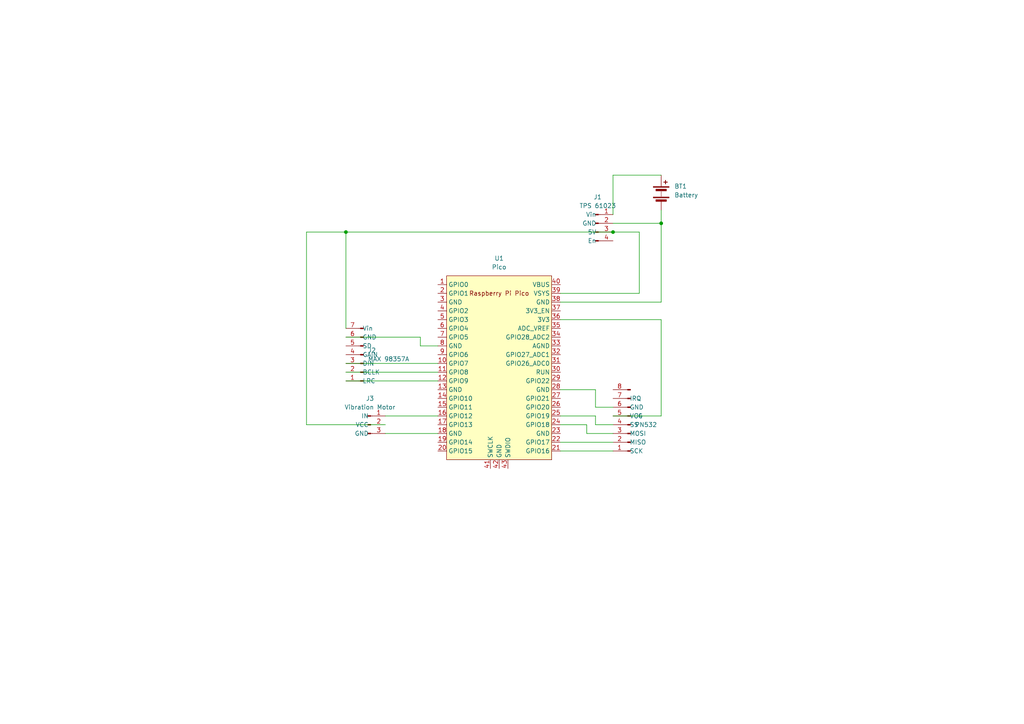
<source format=kicad_sch>
(kicad_sch (version 20230121) (generator eeschema)
  (paper "A4")
  (lib_symbols
    (symbol "Connector:Conn_01x03_Pin" (pin_names (offset 1.016))
      (property "Reference" "J3" (at 0.635 7.62 0))
      (property "Value" "Vibration Motor" (at 0.635 5.08 0))
      (symbol "Conn_01x03_Pin_1_1"
        (polyline (pts (xy 1.27 -2.54) (xy 0.8636 -2.54)) (stroke (width 0.1524)))
        (polyline (pts (xy 1.27 0) (xy 0.8636 0)) (stroke (width 0.1524)))
        (polyline (pts (xy 1.27 2.54) (xy 0.8636 2.54)) (stroke (width 0.1524)))
        (rectangle (start 0.8636 -2.413) (end 0 -2.667) (stroke (width 0.1524)) (fill (type outline)))
        (rectangle (start 0.8636 0.127) (end 0 -0.127) (stroke (width 0.1524)) (fill (type outline)))
        (rectangle (start 0.8636 2.667) (end 0 2.413) (stroke (width 0.1524)) (fill (type outline)))
        (pin passive line (at 5.08 2.54 180) (length 3.81) (name "IN") (number "1"))
        (pin passive line (at 5.08 0 180) (length 3.81) (name "VCC") (number "2"))
        (pin passive line (at 5.08 -2.54 180) (length 3.81) (name "GND") (number "3"))
      )
    )
    (symbol "Connector:Conn_01x04_Pin" (pin_names (offset 1.016))
      (property "Reference" "J1" (at 0.635 7.62 0))
      (property "Value" "TPS 61023" (at 0.635 5.08 0))
      (symbol "Conn_01x04_Pin_1_1"
        (polyline (pts (xy 1.27 -5.08) (xy 0.8636 -5.08)) (stroke (width 0.1524)))
        (polyline (pts (xy 1.27 -2.54) (xy 0.8636 -2.54)) (stroke (width 0.1524)))
        (polyline (pts (xy 1.27 0) (xy 0.8636 0)) (stroke (width 0.1524)))
        (polyline (pts (xy 1.27 2.54) (xy 0.8636 2.54)) (stroke (width 0.1524)))
        (rectangle (start 0.8636 -4.953) (end 0 -5.207) (stroke (width 0.1524)) (fill (type outline)))
        (rectangle (start 0.8636 -2.413) (end 0 -2.667) (stroke (width 0.1524)) (fill (type outline)))
        (rectangle (start 0.8636 0.127) (end 0 -0.127) (stroke (width 0.1524)) (fill (type outline)))
        (rectangle (start 0.8636 2.667) (end 0 2.413) (stroke (width 0.1524)) (fill (type outline)))
        (pin passive line (at 5.08 2.54 180) (length 3.81) (name "Vin") (number "1"))
        (pin passive line (at 5.08 0 180) (length 3.81) (name "GND") (number "2"))
        (pin passive line (at 5.08 -2.54 180) (length 3.81) (name "5V") (number "3"))
        (pin passive line (at 5.08 -5.08 180) (length 3.81) (name "En") (number "4"))
      )
    )
    (symbol "Connector:Conn_01x07_Pin" (pin_names (offset 1.016))
      (property "Reference" "J2" (at 0.635 12.7 0))
      (property "Value" "MAX 98357A" (at 0.635 10.16 0))
      (symbol "Conn_01x07_Pin_1_1"
        (polyline (pts (xy 1.27 -7.62) (xy 0.8636 -7.62)) (stroke (width 0.1524)))
        (polyline (pts (xy 1.27 -5.08) (xy 0.8636 -5.08)) (stroke (width 0.1524)))
        (polyline (pts (xy 1.27 -2.54) (xy 0.8636 -2.54)) (stroke (width 0.1524)))
        (polyline (pts (xy 1.27 0) (xy 0.8636 0)) (stroke (width 0.1524)))
        (polyline (pts (xy 1.27 2.54) (xy 0.8636 2.54)) (stroke (width 0.1524)))
        (polyline (pts (xy 1.27 5.08) (xy 0.8636 5.08)) (stroke (width 0.1524)))
        (polyline (pts (xy 1.27 7.62) (xy 0.8636 7.62)) (stroke (width 0.1524)))
        (rectangle (start 0.8636 -7.493) (end 0 -7.747) (stroke (width 0.1524)) (fill (type outline)))
        (rectangle (start 0.8636 -4.953) (end 0 -5.207) (stroke (width 0.1524)) (fill (type outline)))
        (rectangle (start 0.8636 -2.413) (end 0 -2.667) (stroke (width 0.1524)) (fill (type outline)))
        (rectangle (start 0.8636 0.127) (end 0 -0.127) (stroke (width 0.1524)) (fill (type outline)))
        (rectangle (start 0.8636 2.667) (end 0 2.413) (stroke (width 0.1524)) (fill (type outline)))
        (rectangle (start 0.8636 5.207) (end 0 4.953) (stroke (width 0.1524)) (fill (type outline)))
        (rectangle (start 0.8636 7.747) (end 0 7.493) (stroke (width 0.1524)) (fill (type outline)))
        (pin passive line (at 5.08 7.62 180) (length 3.81) (name "LRC") (number "1"))
        (pin passive line (at 5.08 5.08 180) (length 3.81) (name "BCLK") (number "2"))
        (pin passive line (at 5.08 2.54 180) (length 3.81) (name "DIN") (number "3"))
        (pin passive line (at 5.08 0 180) (length 3.81) (name "GAIN") (number "4"))
        (pin passive line (at 5.08 -2.54 180) (length 3.81) (name "SD") (number "5"))
        (pin passive line (at 5.08 -5.08 180) (length 3.81) (name "GND") (number "6"))
        (pin passive line (at 5.08 -7.62 180) (length 3.81) (name "Vin") (number "7"))
      )
    )
    (symbol "Connector:Conn_01x08_Pin" (pin_names (offset 1.016))
      (property "Reference" "J4" (at 0.635 12.7 0))
      (property "Value" "PN532" (at 0.635 10.16 0))
      (symbol "Conn_01x08_Pin_1_1"
        (polyline (pts (xy 1.27 -10.16) (xy 0.8636 -10.16)) (stroke (width 0.1524)))
        (polyline (pts (xy 1.27 -7.62) (xy 0.8636 -7.62)) (stroke (width 0.1524)))
        (polyline (pts (xy 1.27 -5.08) (xy 0.8636 -5.08)) (stroke (width 0.1524)))
        (polyline (pts (xy 1.27 -2.54) (xy 0.8636 -2.54)) (stroke (width 0.1524)))
        (polyline (pts (xy 1.27 0) (xy 0.8636 0)) (stroke (width 0.1524)))
        (polyline (pts (xy 1.27 2.54) (xy 0.8636 2.54)) (stroke (width 0.1524)))
        (polyline (pts (xy 1.27 5.08) (xy 0.8636 5.08)) (stroke (width 0.1524)))
        (polyline (pts (xy 1.27 7.62) (xy 0.8636 7.62)) (stroke (width 0.1524)))
        (rectangle (start 0.8636 -10.033) (end 0 -10.287) (stroke (width 0.1524)) (fill (type outline)))
        (rectangle (start 0.8636 -7.493) (end 0 -7.747) (stroke (width 0.1524)) (fill (type outline)))
        (rectangle (start 0.8636 -4.953) (end 0 -5.207) (stroke (width 0.1524)) (fill (type outline)))
        (rectangle (start 0.8636 -2.413) (end 0 -2.667) (stroke (width 0.1524)) (fill (type outline)))
        (rectangle (start 0.8636 0.127) (end 0 -0.127) (stroke (width 0.1524)) (fill (type outline)))
        (rectangle (start 0.8636 2.667) (end 0 2.413) (stroke (width 0.1524)) (fill (type outline)))
        (rectangle (start 0.8636 5.207) (end 0 4.953) (stroke (width 0.1524)) (fill (type outline)))
        (rectangle (start 0.8636 7.747) (end 0 7.493) (stroke (width 0.1524)) (fill (type outline)))
        (pin passive line (at 5.08 7.62 180) (length 3.81) (name "SCK") (number "1"))
        (pin passive line (at 5.08 5.08 180) (length 3.81) (name "MISO") (number "2"))
        (pin passive line (at 5.08 2.54 180) (length 3.81) (name "MOSI") (number "3"))
        (pin passive line (at 5.08 0 180) (length 3.81) (name "SS") (number "4"))
        (pin passive line (at 5.08 -2.54 180) (length 3.81) (name "VCC") (number "5"))
        (pin passive line (at 5.08 -5.08 180) (length 3.81) (name "GND") (number "6"))
        (pin passive line (at 5.08 -7.62 180) (length 3.81) (name "IRQ") (number "7"))
        (pin passive line (at 5.08 -10.16 180) (length 3.81) (name "") (number "8"))
      )
    )
    (symbol "Device:Battery" (pin_numbers hide) (pin_names (offset 0) hide)
      (property "Reference" "BT" (at 2.54 2.54 0))
      (property "Value" "Battery" (at 2.54 0 0))
      (symbol "Battery_0_1"
        (rectangle (start -2.286 -1.27) (end 2.286 -1.524) (fill (type outline)))
        (rectangle (start -2.286 1.778) (end 2.286 1.524) (fill (type outline)))
        (rectangle (start -1.524 -2.032) (end 1.524 -2.54) (fill (type outline)))
        (rectangle (start -1.524 1.016) (end 1.524 0.508) (fill (type outline)))
        (polyline (pts (xy 0 -1.016) (xy 0 -0.762)))
        (polyline (pts (xy 0 -0.508) (xy 0 -0.254)))
        (polyline (pts (xy 0 0) (xy 0 0.254)))
        (polyline (pts (xy 0 1.778) (xy 0 2.54)))
        (polyline (pts (xy 0.762 3.048) (xy 1.778 3.048)) (stroke (width 0.254)))
        (polyline (pts (xy 1.27 3.556) (xy 1.27 2.54)) (stroke (width 0.254)))
      )
      (symbol "Battery_1_1"
        (pin passive line (at 0 5.08 270) (length 2.54) (name "+") (number "1"))
        (pin passive line (at 0 -5.08 90) (length 2.54) (name "-") (number "2"))
      )
    )
    (symbol "MCU_RaspberryPi_and_Boards:Pico"
      (property "Reference" "U" (at -13.97 27.94 0))
      (property "Value" "Pico" (at 0 19.05 0))
      (symbol "Pico_0_0"
        (text "Raspberry Pi Pico" (at 0 21.59 0) (effects (font (size 1.27 1.27))))
      )
      (symbol "Pico_0_1"
        (rectangle (start -15.24 26.67) (end 15.24 -26.67) (fill (type background)))
      )
      (symbol "Pico_1_1"
        (pin bidirectional line (at -17.78 24.13 0) (length 2.54) (name "GPIO0") (number "1"))
        (pin bidirectional line (at -17.78 1.27 0) (length 2.54) (name "GPIO7") (number "10"))
        (pin bidirectional line (at -17.78 -1.27 0) (length 2.54) (name "GPIO8") (number "11"))
        (pin bidirectional line (at -17.78 -3.81 0) (length 2.54) (name "GPIO9") (number "12"))
        (pin power_in line (at -17.78 -6.35 0) (length 2.54) (name "GND") (number "13"))
        (pin bidirectional line (at -17.78 -8.89 0) (length 2.54) (name "GPIO10") (number "14"))
        (pin bidirectional line (at -17.78 -11.43 0) (length 2.54) (name "GPIO11") (number "15"))
        (pin bidirectional line (at -17.78 -13.97 0) (length 2.54) (name "GPIO12") (number "16"))
        (pin bidirectional line (at -17.78 -16.51 0) (length 2.54) (name "GPIO13") (number "17"))
        (pin power_in line (at -17.78 -19.05 0) (length 2.54) (name "GND") (number "18"))
        (pin bidirectional line (at -17.78 -21.59 0) (length 2.54) (name "GPIO14") (number "19"))
        (pin bidirectional line (at -17.78 21.59 0) (length 2.54) (name "GPIO1") (number "2"))
        (pin bidirectional line (at -17.78 -24.13 0) (length 2.54) (name "GPIO15") (number "20"))
        (pin bidirectional line (at 17.78 -24.13 180) (length 2.54) (name "GPIO16") (number "21"))
        (pin bidirectional line (at 17.78 -21.59 180) (length 2.54) (name "GPIO17") (number "22"))
        (pin power_in line (at 17.78 -19.05 180) (length 2.54) (name "GND") (number "23"))
        (pin bidirectional line (at 17.78 -16.51 180) (length 2.54) (name "GPIO18") (number "24"))
        (pin bidirectional line (at 17.78 -13.97 180) (length 2.54) (name "GPIO19") (number "25"))
        (pin bidirectional line (at 17.78 -11.43 180) (length 2.54) (name "GPIO20") (number "26"))
        (pin bidirectional line (at 17.78 -8.89 180) (length 2.54) (name "GPIO21") (number "27"))
        (pin power_in line (at 17.78 -6.35 180) (length 2.54) (name "GND") (number "28"))
        (pin bidirectional line (at 17.78 -3.81 180) (length 2.54) (name "GPIO22") (number "29"))
        (pin power_in line (at -17.78 19.05 0) (length 2.54) (name "GND") (number "3"))
        (pin input line (at 17.78 -1.27 180) (length 2.54) (name "RUN") (number "30"))
        (pin bidirectional line (at 17.78 1.27 180) (length 2.54) (name "GPIO26_ADC0") (number "31"))
        (pin bidirectional line (at 17.78 3.81 180) (length 2.54) (name "GPIO27_ADC1") (number "32"))
        (pin power_in line (at 17.78 6.35 180) (length 2.54) (name "AGND") (number "33"))
        (pin bidirectional line (at 17.78 8.89 180) (length 2.54) (name "GPIO28_ADC2") (number "34"))
        (pin power_in line (at 17.78 11.43 180) (length 2.54) (name "ADC_VREF") (number "35"))
        (pin power_in line (at 17.78 13.97 180) (length 2.54) (name "3V3") (number "36"))
        (pin input line (at 17.78 16.51 180) (length 2.54) (name "3V3_EN") (number "37"))
        (pin bidirectional line (at 17.78 19.05 180) (length 2.54) (name "GND") (number "38"))
        (pin power_in line (at 17.78 21.59 180) (length 2.54) (name "VSYS") (number "39"))
        (pin bidirectional line (at -17.78 16.51 0) (length 2.54) (name "GPIO2") (number "4"))
        (pin power_in line (at 17.78 24.13 180) (length 2.54) (name "VBUS") (number "40"))
        (pin input line (at -2.54 -29.21 90) (length 2.54) (name "SWCLK") (number "41"))
        (pin power_in line (at 0 -29.21 90) (length 2.54) (name "GND") (number "42"))
        (pin bidirectional line (at 2.54 -29.21 90) (length 2.54) (name "SWDIO") (number "43"))
        (pin bidirectional line (at -17.78 13.97 0) (length 2.54) (name "GPIO3") (number "5"))
        (pin bidirectional line (at -17.78 11.43 0) (length 2.54) (name "GPIO4") (number "6"))
        (pin bidirectional line (at -17.78 8.89 0) (length 2.54) (name "GPIO5") (number "7"))
        (pin power_in line (at -17.78 6.35 0) (length 2.54) (name "GND") (number "8"))
        (pin bidirectional line (at -17.78 3.81 0) (length 2.54) (name "GPIO6") (number "9"))
      )
    )
  )
  (junction (at 100.33 67.31))
  (junction (at 177.8 67.31))
  (junction (at 191.77 64.77))
  (wire (pts (xy 88.9 67.31) (xy 88.9 123.19)))
  (wire (pts (xy 100.33 67.31) (xy 177.8 67.31)))
  (wire (pts (xy 191.77 50.8) (xy 177.8 50.8)))
  (wire (pts (xy 162.56 92.71) (xy 191.77 92.71)))
  (wire (pts (xy 111.76 125.73) (xy 127 125.73)))
  (wire (pts (xy 185.42 67.31) (xy 185.42 85.09)))
  (wire (pts (xy 162.56 130.81) (xy 177.8 130.81)))
  (wire (pts (xy 191.77 64.77) (xy 191.77 60.96)))
  (wire (pts (xy 162.56 120.65) (xy 172.72 120.65)))
  (wire (pts (xy 191.77 64.77) (xy 191.77 87.63)))
  (wire (pts (xy 185.42 85.09) (xy 162.56 85.09)))
  (wire (pts (xy 88.9 67.31) (xy 100.33 67.31)))
  (wire (pts (xy 191.77 87.63) (xy 162.56 87.63)))
  (wire (pts (xy 177.8 67.31) (xy 185.42 67.31)))
  (wire (pts (xy 111.76 120.65) (xy 127 120.65)))
  (wire (pts (xy 121.92 97.79) (xy 121.92 100.33)))
  (wire (pts (xy 170.18 123.19) (xy 170.18 125.73)))
  (wire (pts (xy 100.33 110.49) (xy 127 110.49)))
  (wire (pts (xy 172.72 123.19) (xy 177.8 123.19)))
  (wire (pts (xy 191.77 64.77) (xy 177.8 64.77)))
  (wire (pts (xy 172.72 120.65) (xy 172.72 123.19)))
  (wire (pts (xy 162.56 123.19) (xy 170.18 123.19)))
  (wire (pts (xy 100.33 97.79) (xy 121.92 97.79)))
  (wire (pts (xy 172.72 118.11) (xy 177.8 118.11)))
  (wire (pts (xy 172.72 113.03) (xy 172.72 118.11)))
  (wire (pts (xy 191.77 92.71) (xy 191.77 120.65)))
  (wire (pts (xy 162.56 128.27) (xy 177.8 128.27)))
  (wire (pts (xy 100.33 107.95) (xy 127 107.95)))
  (wire (pts (xy 177.8 120.65) (xy 191.77 120.65)))
  (wire (pts (xy 162.56 113.03) (xy 172.72 113.03)))
  (wire (pts (xy 170.18 125.73) (xy 177.8 125.73)))
  (wire (pts (xy 88.9 123.19) (xy 111.76 123.19)))
  (wire (pts (xy 177.8 50.8) (xy 177.8 62.23)))
  (wire (pts (xy 100.33 105.41) (xy 127 105.41)))
  (wire (pts (xy 121.92 100.33) (xy 127 100.33)))
  (wire (pts (xy 100.33 67.31) (xy 100.33 95.25)))
  (symbol (lib_id "Connector:Conn_01x07_Pin") (at 105.41 102.87 180) (unit 1)
    (property "Reference" "J2" (at 106.68 101.6 0) (effects (justify right)))
    (property "Value" "MAX 98357A" (at 106.68 104.14 0) (effects (justify right)))
    (property "Footprint" "Connector_PinHeader_2.54mm:PinHeader_1x07_P2.54mm_Vertical" (effects hide))
  )
  (symbol (lib_id "Connector:Conn_01x08_Pin") (at 182.88 123.19 180) (unit 1)
    (property "Reference" "J4" (at 184.15 120.65 0) (effects (justify right)))
    (property "Value" "PN532" (at 184.15 123.19 0) (effects (justify right)))
    (property "Footprint" "Connector_PinHeader_2.54mm:PinHeader_1x08_P2.54mm_Vertical" (effects hide))
  )
  (symbol (lib_id "Connector:Conn_01x04_Pin") (at 172.72 64.77 0) (unit 1)
    (property "Reference" "J1" (at 173.355 57.15 0))
    (property "Value" "TPS 61023" (at 173.355 59.69 0))
    (property "Footprint" "Connector_PinHeader_2.54mm:PinHeader_1x04_P2.54mm_Vertical" (effects hide))
  )
  (symbol (lib_id "Device:Battery") (at 191.77 55.88 0) (unit 1)
    (property "Reference" "BT1" (at 195.58 54.0385 0) (effects (justify left)))
    (property "Value" "Battery" (at 195.58 56.5785 0) (effects (justify left)))
    (property "Footprint" "Connector_PinHeader_2.54mm:PinHeader_1x02_P2.54mm_Vertical" (effects hide))
  )
  (symbol (lib_id "Connector:Conn_01x03_Pin") (at 106.68 123.19 0) (unit 1)
    (property "Reference" "J3" (at 107.315 115.57 0))
    (property "Value" "Vibration Motor" (at 107.315 118.11 0))
    (property "Footprint" "Connector_PinHeader_2.54mm:PinHeader_1x03_P2.54mm_Vertical" (effects hide))
  )
  (symbol (lib_id "MCU_RaspberryPi_and_Boards:Pico") (at 144.78 106.68 0) (unit 1)
    (property "Reference" "U1" (at 144.78 74.93 0))
    (property "Value" "Pico" (at 144.78 77.47 0))
    (property "Footprint" "MCU_RaspberryPi_and_Boards:RPi_Pico_SMD_TH" (effects hide))
  )
)
</source>
